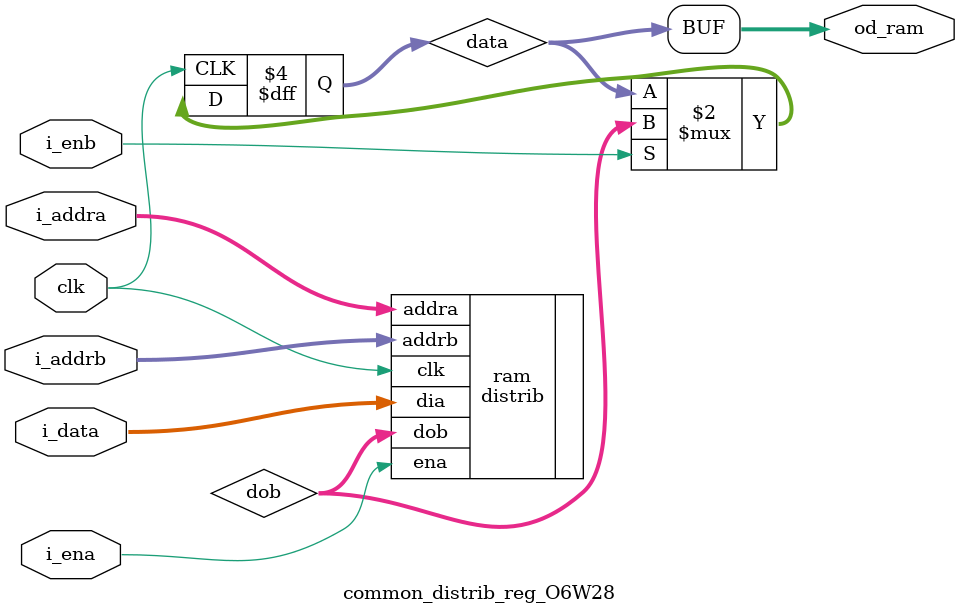
<source format=sv>
`timescale 100ps/100ps

(* keep_hierarchy = "yes" *) module common_distrib_reg_O6W28 (
    input  bit clk,
    input  bit i_ena,
    input  bit [5:0] i_addra,
    input  bit [27:0] i_data,
    input  bit i_enb,
    input  bit [5:0] i_addrb,
    output bit [27:0] od_ram
);


///////////////////////////////////////////////////////////
///////////////////////////////////////////////////////////
bit [27:0] data;
bit [27:0] dob;

distrib #(
    .ORDER               (6),
    .WIDTH               (28))
ram (
    .clk                 (clk),
    .ena                 (i_ena),
    .addra               (i_addra),
    .dia                 (i_data),
    .addrb               (i_addrb),
    .dob                 (dob));


///////////////////////////////////////////////////////////
///////////////////////////////////////////////////////////
always_ff @(posedge clk)
begin
    if (i_enb) begin
        data <= dob;
    end
end
assign od_ram = data;

endmodule
</source>
